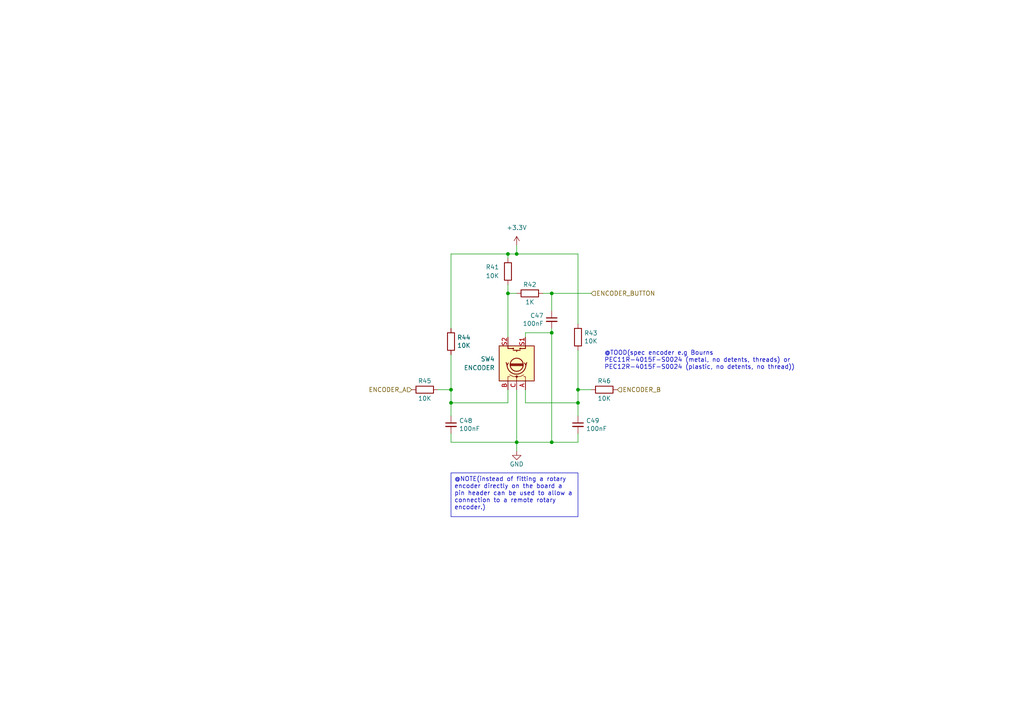
<source format=kicad_sch>
(kicad_sch (version 20230121) (generator eeschema)
  (paper "A4")
  (lib_symbols
    (symbol "Device:C_Small" (pin_numbers hide) (pin_names (offset 0.254) hide)
      (property "Reference" "C" (at 0.254 1.778 0))
      (property "Value" "C_Small" (at 0.254 -2.032 0))
      (symbol "C_Small_0_1"
        (polyline (pts (xy -1.524 -0.508) (xy 1.524 -0.508)) (stroke (width 0.3302)))
        (polyline (pts (xy -1.524 0.508) (xy 1.524 0.508)) (stroke (width 0.3048)))
      )
      (symbol "C_Small_1_1"
        (pin passive line (at 0 2.54 270) (length 2.032) (name "~") (number "1"))
        (pin passive line (at 0 -2.54 90) (length 2.032) (name "~") (number "2"))
      )
    )
    (symbol "Device:R" (pin_numbers hide) (pin_names (offset 0))
      (property "Reference" "R" (at 2.032 0 90))
      (property "Value" "R" (at 0 0 90))
      (symbol "R_0_1"
        (rectangle (start -1.016 -2.54) (end 1.016 2.54) (stroke (width 0.254)))
      )
      (symbol "R_1_1"
        (pin passive line (at 0 3.81 270) (length 1.27) (name "~") (number "1"))
        (pin passive line (at 0 -3.81 90) (length 1.27) (name "~") (number "2"))
      )
    )
    (symbol "Device:RotaryEncoder_Switch" (pin_names (offset 0.254) hide)
      (property "Reference" "SW" (at 0 6.604 0))
      (property "Value" "RotaryEncoder_Switch" (at 0 -6.604 0))
      (symbol "RotaryEncoder_Switch_0_1"
        (rectangle (start -5.08 5.08) (end 5.08 -5.08) (stroke (width 0.254)) (fill (type background)))
        (circle (center -3.81 0) (radius 0.254) (fill (type outline)))
        (circle (center -0.381 0) (radius 1.905) (stroke (width 0.254)))
        (arc (start -0.381 2.667) (mid -3.0988 -0.0635) (end -0.381 -2.794) (stroke (width 0.254)))
        (polyline (pts (xy -0.635 -1.778) (xy -0.635 1.778)) (stroke (width 0.254)))
        (polyline (pts (xy -0.381 -1.778) (xy -0.381 1.778)) (stroke (width 0.254)))
        (polyline (pts (xy -0.127 1.778) (xy -0.127 -1.778)) (stroke (width 0.254)))
        (polyline (pts (xy 3.81 0) (xy 3.429 0)) (stroke (width 0.254)))
        (polyline (pts (xy 3.81 1.016) (xy 3.81 -1.016)) (stroke (width 0.254)))
        (polyline (pts (xy -5.08 -2.54) (xy -3.81 -2.54) (xy -3.81 -2.032)))
        (polyline (pts (xy -5.08 2.54) (xy -3.81 2.54) (xy -3.81 2.032)))
        (polyline (pts (xy 0.254 -3.048) (xy -0.508 -2.794) (xy 0.127 -2.413)) (stroke (width 0.254)))
        (polyline (pts (xy 0.254 2.921) (xy -0.508 2.667) (xy 0.127 2.286)) (stroke (width 0.254)))
        (polyline (pts (xy 5.08 -2.54) (xy 4.318 -2.54) (xy 4.318 -1.016)) (stroke (width 0.254)))
        (polyline (pts (xy 5.08 2.54) (xy 4.318 2.54) (xy 4.318 1.016)) (stroke (width 0.254)))
        (polyline (pts (xy -5.08 0) (xy -3.81 0) (xy -3.81 -1.016) (xy -3.302 -2.032)))
        (polyline (pts (xy -4.318 0) (xy -3.81 0) (xy -3.81 1.016) (xy -3.302 2.032)))
        (circle (center 4.318 -1.016) (radius 0.127) (stroke (width 0.254)))
        (circle (center 4.318 1.016) (radius 0.127) (stroke (width 0.254)))
      )
      (symbol "RotaryEncoder_Switch_1_1"
        (pin passive line (at -7.62 2.54 0) (length 2.54) (name "A") (number "A"))
        (pin passive line (at -7.62 -2.54 0) (length 2.54) (name "B") (number "B"))
        (pin passive line (at -7.62 0 0) (length 2.54) (name "C") (number "C"))
        (pin passive line (at 7.62 2.54 180) (length 2.54) (name "S1") (number "S1"))
        (pin passive line (at 7.62 -2.54 180) (length 2.54) (name "S2") (number "S2"))
      )
    )
    (symbol "power:+3.3V" (power) (pin_names (offset 0))
      (property "Value" "+3.3V" (at 0 3.556 0))
      (symbol "+3.3V_0_1"
        (polyline (pts (xy -0.762 1.27) (xy 0 2.54)))
        (polyline (pts (xy 0 0) (xy 0 2.54)))
        (polyline (pts (xy 0 2.54) (xy 0.762 1.27)))
      )
      (symbol "+3.3V_1_1"
        (pin power_in line (at 0 0 90) (length 0) hide (name "+3.3V") (number "1"))
      )
    )
    (symbol "power:GND" (power) (pin_names (offset 0))
      (property "Value" "GND" (at 0 -3.81 0))
      (symbol "GND_0_1"
        (polyline (pts (xy 0 0) (xy 0 -1.27) (xy 1.27 -1.27) (xy 0 -2.54) (xy -1.27 -1.27) (xy 0 -1.27)))
      )
      (symbol "GND_1_1"
        (pin power_in line (at 0 0 270) (length 0) hide (name "GND") (number "1"))
      )
    )
  )
  (junction (at 149.86 73.66))
  (junction (at 147.32 73.66))
  (junction (at 149.86 128.27))
  (junction (at 130.81 113.03))
  (junction (at 160.02 96.52))
  (junction (at 130.81 116.84))
  (junction (at 167.64 113.03))
  (junction (at 160.02 85.09))
  (junction (at 167.64 116.84))
  (junction (at 160.02 128.27))
  (junction (at 147.32 85.09))
  (wire (pts (xy 160.02 85.09) (xy 171.45 85.09)))
  (wire (pts (xy 167.64 120.65) (xy 167.64 116.84)))
  (wire (pts (xy 160.02 85.09) (xy 160.02 90.17)))
  (wire (pts (xy 160.02 95.25) (xy 160.02 96.52)))
  (wire (pts (xy 130.81 128.27) (xy 149.86 128.27)))
  (wire (pts (xy 130.81 125.73) (xy 130.81 128.27)))
  (wire (pts (xy 147.32 73.66) (xy 147.32 74.93)))
  (wire (pts (xy 167.64 113.03) (xy 167.64 116.84)))
  (wire (pts (xy 147.32 113.03) (xy 147.32 116.84)))
  (wire (pts (xy 149.86 73.66) (xy 167.64 73.66)))
  (wire (pts (xy 130.81 120.65) (xy 130.81 116.84)))
  (wire (pts (xy 152.4 113.03) (xy 152.4 116.84)))
  (wire (pts (xy 147.32 73.66) (xy 149.86 73.66)))
  (wire (pts (xy 149.86 128.27) (xy 149.86 113.03)))
  (wire (pts (xy 171.45 113.03) (xy 167.64 113.03)))
  (wire (pts (xy 147.32 82.55) (xy 147.32 85.09)))
  (wire (pts (xy 130.81 102.87) (xy 130.81 113.03)))
  (wire (pts (xy 130.81 113.03) (xy 130.81 116.84)))
  (wire (pts (xy 130.81 73.66) (xy 130.81 95.25)))
  (wire (pts (xy 152.4 116.84) (xy 167.64 116.84)))
  (wire (pts (xy 152.4 96.52) (xy 160.02 96.52)))
  (wire (pts (xy 167.64 101.6) (xy 167.64 113.03)))
  (wire (pts (xy 127 113.03) (xy 130.81 113.03)))
  (wire (pts (xy 147.32 116.84) (xy 130.81 116.84)))
  (wire (pts (xy 167.64 128.27) (xy 167.64 125.73)))
  (wire (pts (xy 160.02 96.52) (xy 160.02 128.27)))
  (wire (pts (xy 160.02 128.27) (xy 167.64 128.27)))
  (wire (pts (xy 149.86 128.27) (xy 149.86 130.81)))
  (wire (pts (xy 149.86 85.09) (xy 147.32 85.09)))
  (wire (pts (xy 149.86 71.12) (xy 149.86 73.66)))
  (wire (pts (xy 152.4 97.79) (xy 152.4 96.52)))
  (wire (pts (xy 157.48 85.09) (xy 160.02 85.09)))
  (wire (pts (xy 167.64 73.66) (xy 167.64 93.98)))
  (wire (pts (xy 149.86 128.27) (xy 160.02 128.27)))
  (wire (pts (xy 147.32 85.09) (xy 147.32 97.79)))
  (wire (pts (xy 130.81 73.66) (xy 147.32 73.66)))
  (text_box "@NOTE(instead of fitting a rotary encoder directly on the board a pin header can be used to allow a connection to a remote rotary encoder.)" (at 130.81 137.16 0) (size 36.83 12.7) (effects (font (size 1.27 1.27)) (justify left top)))
  (text "@TOOD(spec encoder e.g Bourns \nPEC11R-4015F-S0024 (metal, no detents, threads) or \nPEC12R-4015F-S0024 (plastic, no detents, no thread))" (at 175.26 107.315 0) (effects (font (size 1.27 1.27)) (justify left bottom)))
  (hierarchical_label "ENCODER_BUTTON" (shape input) (at 171.45 85.09 0))
  (hierarchical_label "ENCODER_B" (shape input) (at 179.07 113.03 0))
  (hierarchical_label "ENCODER_A" (shape input) (at 119.38 113.03 180))
  (symbol (lib_id "power:GND") (at 149.86 130.81 0) (unit 1)
    (property "Reference" "#PWR067" (effects hide))
    (property "Value" "GND" (at 149.86 134.62 0))
    (instances (project "KLST_SHEEP" (path "" (reference "#PWR067") (unit 1)) (path "" (reference "#PWR069") (unit 1))) (project "KLST_PANDA" (path "" (reference "#PWR?") (unit 1)) (path "" (reference "#PWR051") (unit 1)) (path "" (reference "#PWR053") (unit 1))))
  )
  (symbol (lib_id "Device:R") (at 147.32 78.74 180) (unit 1)
    (property "Reference" "R41" (at 144.78 77.47 0) (effects (justify left)))
    (property "Value" "10K" (at 144.78 80.01 0) (effects (justify left)))
    (property "Footprint" "Resistor_SMD:R_0402_1005Metric" (effects hide))
    (property "JLCPCB" "C25744" (effects hide))
    (property "Description" "62.5mW" (effects hide))
    (instances (project "KLST_SHEEP" (path "" (reference "R41") (unit 1)) (path "" (reference "R47") (unit 1))) (project "KLST_PANDA" (path "" (reference "R?") (unit 1)) (path "" (reference "R26") (unit 1)) (path "" (reference "R32") (unit 1))))
  )
  (symbol (lib_id "Device:R") (at 175.26 113.03 270) (unit 1)
    (property "Reference" "R46" (at 175.26 110.49 90))
    (property "Value" "10K" (at 175.26 115.57 90))
    (property "Footprint" "Resistor_SMD:R_0402_1005Metric" (effects hide))
    (property "JLCPCB" "C25744" (effects hide))
    (property "Description" "62.5mW" (effects hide))
    (instances (project "KLST_SHEEP" (path "" (reference "R46") (unit 1)) (path "" (reference "R52") (unit 1))) (project "KLST_PANDA" (path "" (reference "R?") (unit 1)) (path "" (reference "R29") (unit 1)) (path "" (reference "R35") (unit 1))))
  )
  (symbol (lib_id "Device:R") (at 167.64 97.79 0) (mirror y) (unit 1)
    (property "Reference" "R43" (at 169.418 96.6216 0) (effects (justify right)))
    (property "Value" "10K" (at 169.418 98.933 0) (effects (justify right)))
    (property "Footprint" "Resistor_SMD:R_0402_1005Metric" (effects hide))
    (property "JLCPCB" "C25744" (effects hide))
    (property "Description" "62.5mW" (effects hide))
    (instances (project "KLST_SHEEP" (path "" (reference "R43") (unit 1)) (path "" (reference "R49") (unit 1))) (project "KLST_PANDA" (path "" (reference "R?") (unit 1)) (path "" (reference "R28") (unit 1)) (path "" (reference "R34") (unit 1))))
  )
  (symbol (lib_id "power:+3.3V") (at 149.86 71.12 0) (unit 1)
    (property "Reference" "#PWR077" (effects hide))
    (property "Value" "+3.3V" (at 149.86 66.04 0))
    (instances (project "KLST_PANDA" (path "" (reference "#PWR077") (unit 1)) (path "" (reference "#PWR050") (unit 1)) (path "" (reference "#PWR052") (unit 1))))
  )
  (symbol (lib_id "Device:R") (at 123.19 113.03 270) (unit 1)
    (property "Reference" "R45" (at 123.19 110.49 90))
    (property "Value" "10K" (at 123.19 115.57 90))
    (property "Footprint" "Resistor_SMD:R_0402_1005Metric" (effects hide))
    (property "JLCPCB" "C25744" (effects hide))
    (property "Description" "62.5mW" (effects hide))
    (instances (project "KLST_SHEEP" (path "" (reference "R45") (unit 1)) (path "" (reference "R51") (unit 1))) (project "KLST_PANDA" (path "" (reference "R?") (unit 1)) (path "" (reference "R24") (unit 1)) (path "" (reference "R30") (unit 1))))
  )
  (symbol (lib_id "Device:C_Small") (at 160.02 92.71 0) (mirror y) (unit 1)
    (property "Reference" "C47" (at 157.6832 91.5416 0) (effects (justify left)))
    (property "Value" "100nF" (at 157.6832 93.853 0) (effects (justify left)))
    (property "Footprint" "Capacitor_SMD:C_0402_1005Metric" (effects hide))
    (property "JLCPCB" "C1525" (effects hide))
    (property "Description" "16V" (effects hide))
    (instances (project "KLST_SHEEP" (path "" (reference "C47") (unit 1)) (path "" (reference "C50") (unit 1))) (project "KLST_PANDA" (path "" (reference "C?") (unit 1)) (path "" (reference "C38") (unit 1)) (path "" (reference "C41") (unit 1))))
  )
  (symbol (lib_id "Device:R") (at 130.81 99.06 0) (mirror y) (unit 1)
    (property "Reference" "R44" (at 132.588 97.8916 0) (effects (justify right)))
    (property "Value" "10K" (at 132.588 100.203 0) (effects (justify right)))
    (property "Footprint" "Resistor_SMD:R_0402_1005Metric" (effects hide))
    (property "JLCPCB" "C25744" (effects hide))
    (property "Description" "62.5mW" (effects hide))
    (instances (project "KLST_SHEEP" (path "" (reference "R44") (unit 1)) (path "" (reference "R50") (unit 1))) (project "KLST_PANDA" (path "" (reference "R?") (unit 1)) (path "" (reference "R25") (unit 1)) (path "" (reference "R31") (unit 1))))
  )
  (symbol (lib_id "Device:C_Small") (at 167.64 123.19 0) (unit 1)
    (property "Reference" "C49" (at 169.9768 122.0216 0) (effects (justify left)))
    (property "Value" "100nF" (at 169.9768 124.333 0) (effects (justify left)))
    (property "Footprint" "Capacitor_SMD:C_0402_1005Metric" (effects hide))
    (property "JLCPCB" "C1525" (effects hide))
    (property "Description" "16V" (effects hide))
    (instances (project "KLST_SHEEP" (path "" (reference "C49") (unit 1)) (path "" (reference "C52") (unit 1))) (project "KLST_PANDA" (path "" (reference "C?") (unit 1)) (path "" (reference "C39") (unit 1)) (path "" (reference "C42") (unit 1))))
  )
  (symbol (lib_id "Device:R") (at 153.67 85.09 270) (unit 1)
    (property "Reference" "R42" (at 153.67 82.55 90))
    (property "Value" "1K" (at 153.67 87.63 90))
    (property "Footprint" "Resistor_SMD:R_0402_1005Metric" (effects hide))
    (property "JLCPCB" "C11702" (effects hide))
    (instances (project "KLST_SHEEP" (path "" (reference "R42") (unit 1)) (path "" (reference "R48") (unit 1))) (project "KLST_PANDA" (path "" (reference "R?") (unit 1)) (path "" (reference "R27") (unit 1)) (path "" (reference "R33") (unit 1))))
  )
  (symbol (lib_id "Device:RotaryEncoder_Switch") (at 149.86 105.41 270) (mirror x) (unit 1)
    (property "Reference" "SW4" (at 143.51 104.14 90) (effects (justify right)))
    (property "Value" "ENCODER" (at 143.51 106.68 90) (effects (justify right)))
    (property "Footprint" "PEC11R-4015F-S0024:PEC11R-4015F-S0024" (effects hide))
    (property "Description" "PEC11R-4015F-S0024" (effects hide))
    (property "JLCPCB" "C143789" (effects hide))
    (instances (project "KLST_PANDA" (path "" (reference "SW4") (unit 1)) (path "" (reference "SW5") (unit 1))))
  )
  (symbol (lib_id "Device:C_Small") (at 130.81 123.19 0) (unit 1)
    (property "Reference" "C48" (at 133.1468 122.0216 0) (effects (justify left)))
    (property "Value" "100nF" (at 133.1468 124.333 0) (effects (justify left)))
    (property "Footprint" "Capacitor_SMD:C_0402_1005Metric" (effects hide))
    (property "JLCPCB" "C1525" (effects hide))
    (property "Description" "16V" (effects hide))
    (instances (project "KLST_SHEEP" (path "" (reference "C48") (unit 1)) (path "" (reference "C51") (unit 1))) (project "KLST_PANDA" (path "" (reference "C?") (unit 1)) (path "" (reference "C37") (unit 1)) (path "" (reference "C40") (unit 1))))
  )
)
</source>
